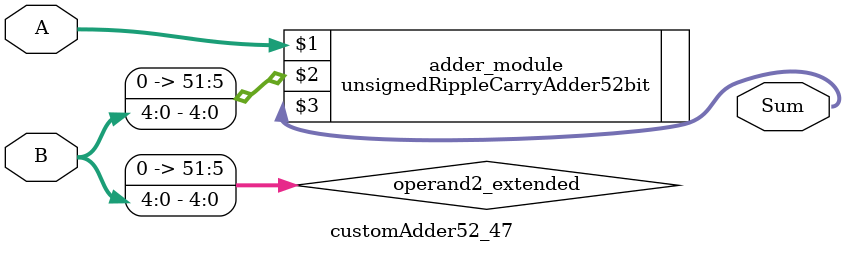
<source format=v>
module customAdder52_47(
                        input [51 : 0] A,
                        input [4 : 0] B,
                        
                        output [52 : 0] Sum
                );

        wire [51 : 0] operand2_extended;
        
        assign operand2_extended =  {47'b0, B};
        
        unsignedRippleCarryAdder52bit adder_module(
            A,
            operand2_extended,
            Sum
        );
        
        endmodule
        
</source>
